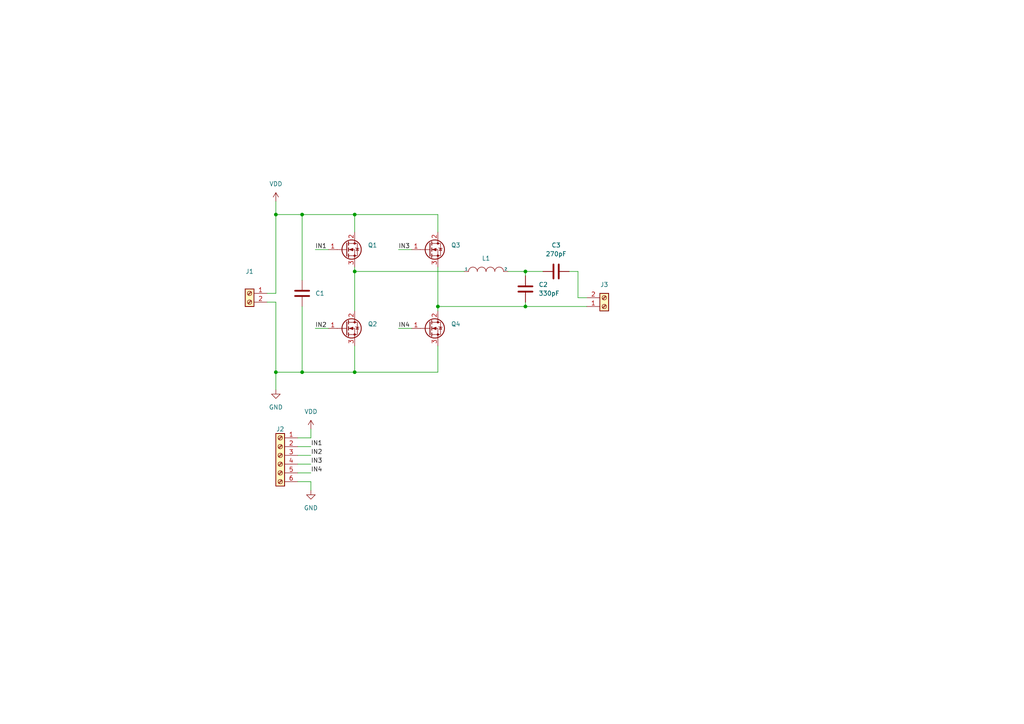
<source format=kicad_sch>
(kicad_sch (version 20211123) (generator eeschema)
  (paper "A4")
  (lib_symbols
    (symbol "Connector:Screw_Terminal_01x02" (pin_names (offset 1.016) hide)
      (property "Reference" "J" (at 0 2.54 0))
      (property "Value" "Screw_Terminal_01x02" (at 0 -5.08 0))
      (symbol "Screw_Terminal_01x02_1_1"
        (rectangle (start -1.27 1.27) (end 1.27 -3.81) (stroke (width 0.254)) (fill (type background)))
        (circle (center 0 -2.54) (radius 0.635) (stroke (width 0.1524)))
        (polyline (pts (xy -0.5334 -2.2098) (xy 0.3302 -3.048)) (stroke (width 0.1524)))
        (polyline (pts (xy -0.5334 0.3302) (xy 0.3302 -0.508)) (stroke (width 0.1524)))
        (polyline (pts (xy -0.3556 -2.032) (xy 0.508 -2.8702)) (stroke (width 0.1524)))
        (polyline (pts (xy -0.3556 0.508) (xy 0.508 -0.3302)) (stroke (width 0.1524)))
        (circle (center 0 0) (radius 0.635) (stroke (width 0.1524)))
        (pin passive line (at -5.08 0 0) (length 3.81) (name "Pin_1") (number "1"))
        (pin passive line (at -5.08 -2.54 0) (length 3.81) (name "Pin_2") (number "2"))
      )
    )
    (symbol "Connector:Screw_Terminal_01x06" (pin_names (offset 1.016) hide)
      (property "Reference" "J" (at 0 7.62 0))
      (property "Value" "Screw_Terminal_01x06" (at 0 -10.16 0))
      (symbol "Screw_Terminal_01x06_1_1"
        (rectangle (start -1.27 6.35) (end 1.27 -8.89) (stroke (width 0.254)) (fill (type background)))
        (circle (center 0 -7.62) (radius 0.635) (stroke (width 0.1524)))
        (circle (center 0 -5.08) (radius 0.635) (stroke (width 0.1524)))
        (circle (center 0 -2.54) (radius 0.635) (stroke (width 0.1524)))
        (polyline (pts (xy -0.5334 -7.2898) (xy 0.3302 -8.128)) (stroke (width 0.1524)))
        (polyline (pts (xy -0.5334 -4.7498) (xy 0.3302 -5.588)) (stroke (width 0.1524)))
        (polyline (pts (xy -0.5334 -2.2098) (xy 0.3302 -3.048)) (stroke (width 0.1524)))
        (polyline (pts (xy -0.5334 0.3302) (xy 0.3302 -0.508)) (stroke (width 0.1524)))
        (polyline (pts (xy -0.5334 2.8702) (xy 0.3302 2.032)) (stroke (width 0.1524)))
        (polyline (pts (xy -0.5334 5.4102) (xy 0.3302 4.572)) (stroke (width 0.1524)))
        (polyline (pts (xy -0.3556 -7.112) (xy 0.508 -7.9502)) (stroke (width 0.1524)))
        (polyline (pts (xy -0.3556 -4.572) (xy 0.508 -5.4102)) (stroke (width 0.1524)))
        (polyline (pts (xy -0.3556 -2.032) (xy 0.508 -2.8702)) (stroke (width 0.1524)))
        (polyline (pts (xy -0.3556 0.508) (xy 0.508 -0.3302)) (stroke (width 0.1524)))
        (polyline (pts (xy -0.3556 3.048) (xy 0.508 2.2098)) (stroke (width 0.1524)))
        (polyline (pts (xy -0.3556 5.588) (xy 0.508 4.7498)) (stroke (width 0.1524)))
        (circle (center 0 0) (radius 0.635) (stroke (width 0.1524)))
        (circle (center 0 2.54) (radius 0.635) (stroke (width 0.1524)))
        (circle (center 0 5.08) (radius 0.635) (stroke (width 0.1524)))
        (pin passive line (at -5.08 5.08 0) (length 3.81) (name "Pin_1") (number "1"))
        (pin passive line (at -5.08 2.54 0) (length 3.81) (name "Pin_2") (number "2"))
        (pin passive line (at -5.08 0 0) (length 3.81) (name "Pin_3") (number "3"))
        (pin passive line (at -5.08 -2.54 0) (length 3.81) (name "Pin_4") (number "4"))
        (pin passive line (at -5.08 -5.08 0) (length 3.81) (name "Pin_5") (number "5"))
        (pin passive line (at -5.08 -7.62 0) (length 3.81) (name "Pin_6") (number "6"))
      )
    )
    (symbol "Device:C" (pin_numbers hide) (pin_names (offset 0.254))
      (property "Reference" "C" (at 0.635 2.54 0))
      (property "Value" "C" (at 0.635 -2.54 0))
      (symbol "C_0_1"
        (polyline (pts (xy -2.032 -0.762) (xy 2.032 -0.762)) (stroke (width 0.508)))
        (polyline (pts (xy -2.032 0.762) (xy 2.032 0.762)) (stroke (width 0.508)))
      )
      (symbol "C_1_1"
        (pin passive line (at 0 3.81 270) (length 2.794) (name "~") (number "1"))
        (pin passive line (at 0 -3.81 90) (length 2.794) (name "~") (number "2"))
      )
    )
    (symbol "Device:Q_NMOS_GDS" (pin_names (offset 0) hide)
      (property "Reference" "Q" (at 5.08 1.27 0))
      (property "Value" "Q_NMOS_GDS" (at 5.08 -1.27 0))
      (symbol "Q_NMOS_GDS_0_1"
        (polyline (pts (xy 0.254 0) (xy -2.54 0)))
        (polyline (pts (xy 0.254 1.905) (xy 0.254 -1.905)) (stroke (width 0.254)))
        (polyline (pts (xy 0.762 -1.27) (xy 0.762 -2.286)) (stroke (width 0.254)))
        (polyline (pts (xy 0.762 0.508) (xy 0.762 -0.508)) (stroke (width 0.254)))
        (polyline (pts (xy 0.762 2.286) (xy 0.762 1.27)) (stroke (width 0.254)))
        (polyline (pts (xy 2.54 2.54) (xy 2.54 1.778)))
        (polyline (pts (xy 2.54 -2.54) (xy 2.54 0) (xy 0.762 0)))
        (polyline (pts (xy 0.762 -1.778) (xy 3.302 -1.778) (xy 3.302 1.778) (xy 0.762 1.778)))
        (polyline (pts (xy 1.016 0) (xy 2.032 0.381) (xy 2.032 -0.381) (xy 1.016 0)) (fill (type outline)))
        (polyline (pts (xy 2.794 0.508) (xy 2.921 0.381) (xy 3.683 0.381) (xy 3.81 0.254)))
        (polyline (pts (xy 3.302 0.381) (xy 2.921 -0.254) (xy 3.683 -0.254) (xy 3.302 0.381)))
        (circle (center 1.651 0) (radius 2.794) (stroke (width 0.254)))
        (circle (center 2.54 -1.778) (radius 0.254) (fill (type outline)))
        (circle (center 2.54 1.778) (radius 0.254) (fill (type outline)))
      )
      (symbol "Q_NMOS_GDS_1_1"
        (pin input line (at -5.08 0 0) (length 2.54) (name "G") (number "1"))
        (pin passive line (at 2.54 5.08 270) (length 2.54) (name "D") (number "2"))
        (pin passive line (at 2.54 -5.08 90) (length 2.54) (name "S") (number "3"))
      )
    )
    (symbol "power:GND" (power) (pin_names (offset 0))
      (property "Value" "GND" (at 0 -3.81 0))
      (symbol "GND_0_1"
        (polyline (pts (xy 0 0) (xy 0 -1.27) (xy 1.27 -1.27) (xy 0 -2.54) (xy -1.27 -1.27) (xy 0 -1.27)))
      )
      (symbol "GND_1_1"
        (pin power_in line (at 0 0 270) (length 0) hide (name "GND") (number "1"))
      )
    )
    (symbol "power:VDD" (power) (pin_names (offset 0))
      (property "Value" "VDD" (at 0 3.81 0))
      (symbol "VDD_0_1"
        (polyline (pts (xy -0.762 1.27) (xy 0 2.54)))
        (polyline (pts (xy 0 0) (xy 0 2.54)))
        (polyline (pts (xy 0 2.54) (xy 0.762 1.27)))
      )
      (symbol "VDD_1_1"
        (pin power_in line (at 0 0 90) (length 0) hide (name "VDD") (number "1"))
      )
    )
    (symbol "pspice:INDUCTOR" (pin_numbers hide) (pin_names (offset 0))
      (property "Reference" "L" (at 0 2.54 0))
      (property "Value" "INDUCTOR" (at 0 -1.27 0))
      (symbol "INDUCTOR_0_1"
        (arc (start -2.54 0) (mid -3.81 1.27) (end -5.08 0))
        (arc (start 0 0) (mid -1.27 1.27) (end -2.54 0))
        (arc (start 2.54 0) (mid 1.27 1.27) (end 0 0))
        (arc (start 5.08 0) (mid 3.81 1.27) (end 2.54 0))
      )
      (symbol "INDUCTOR_1_1"
        (pin input line (at -6.35 0 0) (length 1.27) (name "1") (number "1"))
        (pin input line (at 6.35 0 180) (length 1.27) (name "2") (number "2"))
      )
    )
  )
  (junction (at 102.87 62.23))
  (junction (at 102.87 107.95))
  (junction (at 80.01 62.23))
  (junction (at 87.63 62.23))
  (junction (at 152.4 78.74))
  (junction (at 80.01 107.95))
  (junction (at 87.63 107.95))
  (junction (at 152.4 88.9))
  (junction (at 127 88.9))
  (junction (at 102.87 78.74))
  (wire (pts (xy 90.17 127) (xy 86.36 127)))
  (wire (pts (xy 152.4 78.74) (xy 157.48 78.74)))
  (wire (pts (xy 87.63 107.95) (xy 102.87 107.95)))
  (wire (pts (xy 102.87 107.95) (xy 102.87 100.33)))
  (wire (pts (xy 80.01 107.95) (xy 80.01 113.03)))
  (wire (pts (xy 86.36 132.08) (xy 90.17 132.08)))
  (wire (pts (xy 87.63 62.23) (xy 102.87 62.23)))
  (wire (pts (xy 167.64 86.36) (xy 170.18 86.36)))
  (wire (pts (xy 90.17 142.24) (xy 90.17 139.7)))
  (wire (pts (xy 80.01 87.63) (xy 80.01 107.95)))
  (wire (pts (xy 80.01 107.95) (xy 87.63 107.95)))
  (wire (pts (xy 102.87 78.74) (xy 102.87 90.17)))
  (wire (pts (xy 167.64 86.36) (xy 167.64 78.74)))
  (wire (pts (xy 127 88.9) (xy 127 90.17)))
  (wire (pts (xy 115.57 95.25) (xy 119.38 95.25)))
  (wire (pts (xy 102.87 78.74) (xy 134.62 78.74)))
  (wire (pts (xy 152.4 80.01) (xy 152.4 78.74)))
  (wire (pts (xy 152.4 87.63) (xy 152.4 88.9)))
  (wire (pts (xy 91.44 95.25) (xy 95.25 95.25)))
  (wire (pts (xy 87.63 81.28) (xy 87.63 62.23)))
  (wire (pts (xy 102.87 77.47) (xy 102.87 78.74)))
  (wire (pts (xy 127 62.23) (xy 102.87 62.23)))
  (wire (pts (xy 80.01 62.23) (xy 87.63 62.23)))
  (wire (pts (xy 152.4 78.74) (xy 147.32 78.74)))
  (wire (pts (xy 86.36 129.54) (xy 90.17 129.54)))
  (wire (pts (xy 86.36 134.62) (xy 90.17 134.62)))
  (wire (pts (xy 80.01 58.42) (xy 80.01 62.23)))
  (wire (pts (xy 91.44 72.39) (xy 95.25 72.39)))
  (wire (pts (xy 102.87 62.23) (xy 102.87 67.31)))
  (wire (pts (xy 115.57 72.39) (xy 119.38 72.39)))
  (wire (pts (xy 77.47 85.09) (xy 80.01 85.09)))
  (wire (pts (xy 90.17 124.46) (xy 90.17 127)))
  (wire (pts (xy 170.18 88.9) (xy 152.4 88.9)))
  (wire (pts (xy 87.63 88.9) (xy 87.63 107.95)))
  (wire (pts (xy 127 107.95) (xy 102.87 107.95)))
  (wire (pts (xy 77.47 87.63) (xy 80.01 87.63)))
  (wire (pts (xy 167.64 78.74) (xy 165.1 78.74)))
  (wire (pts (xy 127 100.33) (xy 127 107.95)))
  (wire (pts (xy 86.36 137.16) (xy 90.17 137.16)))
  (wire (pts (xy 127 88.9) (xy 152.4 88.9)))
  (wire (pts (xy 127 67.31) (xy 127 62.23)))
  (wire (pts (xy 127 77.47) (xy 127 88.9)))
  (wire (pts (xy 80.01 85.09) (xy 80.01 62.23)))
  (wire (pts (xy 90.17 139.7) (xy 86.36 139.7)))
  (label "IN3" (at 115.57 72.39 0))
  (label "IN4" (at 115.57 95.25 0))
  (label "IN1" (at 91.44 72.39 0))
  (label "IN3" (at 90.17 134.62 0))
  (label "IN2" (at 90.17 132.08 0))
  (label "IN2" (at 91.44 95.25 0))
  (label "IN4" (at 90.17 137.16 0))
  (label "IN1" (at 90.17 129.54 0))
  (symbol (lib_id "power:VDD") (at 90.17 124.46 0) (unit 1)
    (property "Reference" "#PWR0102" (effects hide))
    (property "Value" "VDD" (at 90.17 119.38 0))
  )
  (symbol (lib_id "pspice:INDUCTOR") (at 140.97 78.74 0) (unit 1)
    (property "Reference" "L1" (at 140.97 74.93 0))
    (property "Value" "INDUCTOR" (effects hide))
    (property "Footprint" "Inductor_SMD:L_Wuerth_HCI-1890" (effects hide))
  )
  (symbol (lib_id "Device:C") (at 161.29 78.74 90) (unit 1)
    (property "Reference" "C3" (at 161.29 71.12 90))
    (property "Value" "270pF" (at 161.29 73.66 90))
    (property "Footprint" "Capacitor_THT:C_Disc_D7.5mm_W5.0mm_P10.00mm" (effects hide))
  )
  (symbol (lib_id "power:VDD") (at 80.01 58.42 0) (unit 1)
    (property "Reference" "#PWR0101" (effects hide))
    (property "Value" "VDD" (at 80.01 53.34 0))
  )
  (symbol (lib_id "Connector:Screw_Terminal_01x02") (at 72.39 85.09 0) (mirror y) (unit 1)
    (property "Reference" "J1" (at 72.39 78.74 0))
    (property "Value" "Screw_Terminal_01x02" (effects hide))
    (property "Footprint" "TerminalBlock_Phoenix:TerminalBlock_Phoenix_MKDS-1,5-2-5.08_1x02_P5.08mm_Horizontal" (effects hide))
  )
  (symbol (lib_id "Device:Q_NMOS_GDS") (at 100.33 95.25 0) (unit 1)
    (property "Reference" "Q2" (at 106.68 93.9799 0) (effects (justify left)))
    (property "Value" "Q_NMOS_DGS" (effects hide))
    (property "Footprint" "Package_TO_SOT_THT:TO-247-3_Vertical" (effects hide))
  )
  (symbol (lib_id "Device:Q_NMOS_GDS") (at 100.33 72.39 0) (unit 1)
    (property "Reference" "Q1" (at 106.68 71.1199 0) (effects (justify left)))
    (property "Value" "Q_NMOS_DGS" (effects hide))
    (property "Footprint" "Package_TO_SOT_THT:TO-247-3_Vertical" (effects hide))
  )
  (symbol (lib_id "Device:Q_NMOS_GDS") (at 124.46 72.39 0) (unit 1)
    (property "Reference" "Q3" (at 130.81 71.1199 0) (effects (justify left)))
    (property "Value" "Q_NMOS_DGS" (effects hide))
    (property "Footprint" "Package_TO_SOT_THT:TO-247-3_Vertical" (effects hide))
  )
  (symbol (lib_id "Device:Q_NMOS_GDS") (at 124.46 95.25 0) (unit 1)
    (property "Reference" "Q4" (at 130.81 93.9799 0) (effects (justify left)))
    (property "Value" "Q_NMOS_DGS" (effects hide))
    (property "Footprint" "Package_TO_SOT_THT:TO-247-3_Vertical" (effects hide))
  )
  (symbol (lib_id "Connector:Screw_Terminal_01x06") (at 81.28 132.08 0) (mirror y) (unit 1)
    (property "Reference" "J2" (at 81.28 124.46 0))
    (property "Value" "Screw_Terminal_01x06" (effects hide))
    (property "Footprint" "TerminalBlock_Phoenix:TerminalBlock_Phoenix_PT-1,5-6-3.5-H_1x06_P3.50mm_Horizontal" (effects hide))
  )
  (symbol (lib_id "Device:C") (at 152.4 83.82 0) (unit 1)
    (property "Reference" "C2" (at 156.21 82.5499 0) (effects (justify left)))
    (property "Value" "330pF" (at 156.21 85.0899 0) (effects (justify left)))
    (property "Footprint" "Capacitor_THT:C_Disc_D7.5mm_W5.0mm_P10.00mm" (effects hide))
  )
  (symbol (lib_id "Connector:Screw_Terminal_01x02") (at 175.26 88.9 0) (mirror x) (unit 1)
    (property "Reference" "J3" (at 175.26 82.55 0))
    (property "Value" "Screw_Terminal_01x02" (effects hide))
    (property "Footprint" "TerminalBlock_Phoenix:TerminalBlock_Phoenix_MKDS-1,5-2-5.08_1x02_P5.08mm_Horizontal" (effects hide))
  )
  (symbol (lib_id "power:GND") (at 90.17 142.24 0) (unit 1)
    (property "Reference" "#PWR0104" (effects hide))
    (property "Value" "GND" (at 90.17 147.32 0))
  )
  (symbol (lib_id "Device:C") (at 87.63 85.09 0) (unit 1)
    (property "Reference" "C1" (at 91.44 85.0899 0) (effects (justify left)))
    (property "Value" "C" (effects hide))
    (property "Footprint" "TerminalBlock_Phoenix:TerminalBlock_Phoenix_MPT-0,5-2-2.54_1x02_P2.54mm_Horizontal" (effects hide))
  )
  (symbol (lib_id "power:GND") (at 80.01 113.03 0) (unit 1)
    (property "Reference" "#PWR0103" (effects hide))
    (property "Value" "GND" (at 80.01 118.11 0))
  )
)
</source>
